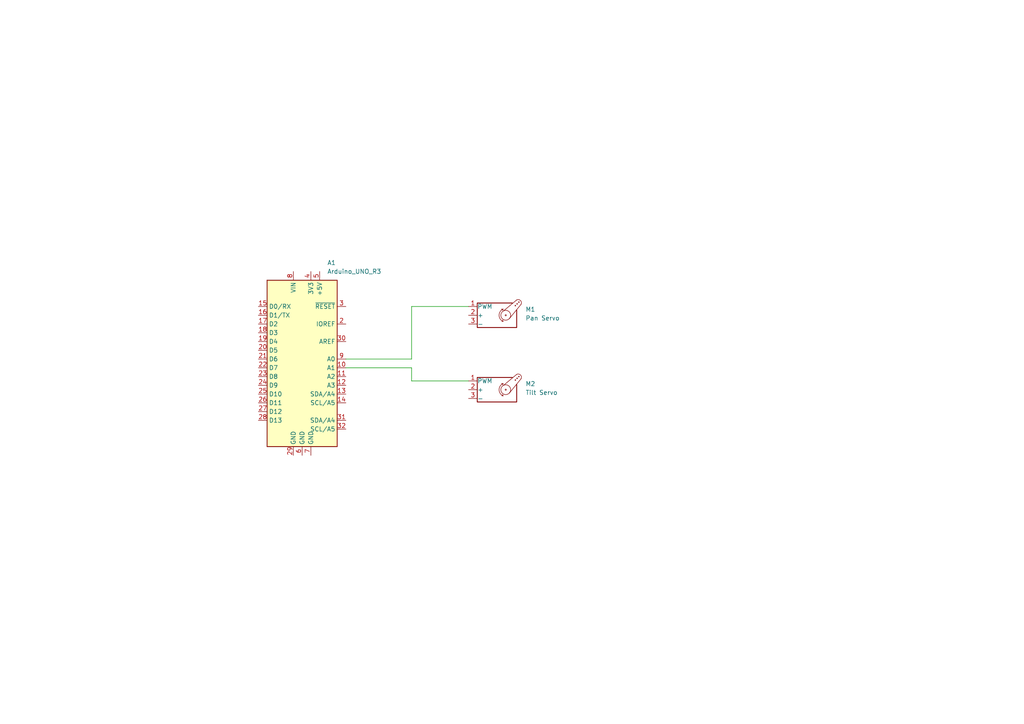
<source format=kicad_sch>
(kicad_sch
	(version 20231120)
	(generator "eeschema")
	(generator_version "8.0")
	(uuid "82f77730-cc22-4404-ba38-013a4381e046")
	(paper "A4")
	(title_block
		(title "Pan and Tilt Wiring schematic")
		(date "2024-03-27")
		(rev "0")
		(company "Engineering Design and Modeling")
	)
	(lib_symbols
		(symbol "MCU_Module:Arduino_UNO_R3"
			(exclude_from_sim no)
			(in_bom yes)
			(on_board yes)
			(property "Reference" "A"
				(at -10.16 23.495 0)
				(effects
					(font
						(size 1.27 1.27)
					)
					(justify left bottom)
				)
			)
			(property "Value" "Arduino_UNO_R3"
				(at 5.08 -26.67 0)
				(effects
					(font
						(size 1.27 1.27)
					)
					(justify left top)
				)
			)
			(property "Footprint" "Module:Arduino_UNO_R3"
				(at 0 0 0)
				(effects
					(font
						(size 1.27 1.27)
						(italic yes)
					)
					(hide yes)
				)
			)
			(property "Datasheet" "https://www.arduino.cc/en/Main/arduinoBoardUno"
				(at 0 0 0)
				(effects
					(font
						(size 1.27 1.27)
					)
					(hide yes)
				)
			)
			(property "Description" "Arduino UNO Microcontroller Module, release 3"
				(at 0 0 0)
				(effects
					(font
						(size 1.27 1.27)
					)
					(hide yes)
				)
			)
			(property "ki_keywords" "Arduino UNO R3 Microcontroller Module Atmel AVR USB"
				(at 0 0 0)
				(effects
					(font
						(size 1.27 1.27)
					)
					(hide yes)
				)
			)
			(property "ki_fp_filters" "Arduino*UNO*R3*"
				(at 0 0 0)
				(effects
					(font
						(size 1.27 1.27)
					)
					(hide yes)
				)
			)
			(symbol "Arduino_UNO_R3_0_1"
				(rectangle
					(start -10.16 22.86)
					(end 10.16 -25.4)
					(stroke
						(width 0.254)
						(type default)
					)
					(fill
						(type background)
					)
				)
			)
			(symbol "Arduino_UNO_R3_1_1"
				(pin no_connect line
					(at -10.16 -20.32 0)
					(length 2.54) hide
					(name "NC"
						(effects
							(font
								(size 1.27 1.27)
							)
						)
					)
					(number "1"
						(effects
							(font
								(size 1.27 1.27)
							)
						)
					)
				)
				(pin bidirectional line
					(at 12.7 -2.54 180)
					(length 2.54)
					(name "A1"
						(effects
							(font
								(size 1.27 1.27)
							)
						)
					)
					(number "10"
						(effects
							(font
								(size 1.27 1.27)
							)
						)
					)
				)
				(pin bidirectional line
					(at 12.7 -5.08 180)
					(length 2.54)
					(name "A2"
						(effects
							(font
								(size 1.27 1.27)
							)
						)
					)
					(number "11"
						(effects
							(font
								(size 1.27 1.27)
							)
						)
					)
				)
				(pin bidirectional line
					(at 12.7 -7.62 180)
					(length 2.54)
					(name "A3"
						(effects
							(font
								(size 1.27 1.27)
							)
						)
					)
					(number "12"
						(effects
							(font
								(size 1.27 1.27)
							)
						)
					)
				)
				(pin bidirectional line
					(at 12.7 -10.16 180)
					(length 2.54)
					(name "SDA/A4"
						(effects
							(font
								(size 1.27 1.27)
							)
						)
					)
					(number "13"
						(effects
							(font
								(size 1.27 1.27)
							)
						)
					)
				)
				(pin bidirectional line
					(at 12.7 -12.7 180)
					(length 2.54)
					(name "SCL/A5"
						(effects
							(font
								(size 1.27 1.27)
							)
						)
					)
					(number "14"
						(effects
							(font
								(size 1.27 1.27)
							)
						)
					)
				)
				(pin bidirectional line
					(at -12.7 15.24 0)
					(length 2.54)
					(name "D0/RX"
						(effects
							(font
								(size 1.27 1.27)
							)
						)
					)
					(number "15"
						(effects
							(font
								(size 1.27 1.27)
							)
						)
					)
				)
				(pin bidirectional line
					(at -12.7 12.7 0)
					(length 2.54)
					(name "D1/TX"
						(effects
							(font
								(size 1.27 1.27)
							)
						)
					)
					(number "16"
						(effects
							(font
								(size 1.27 1.27)
							)
						)
					)
				)
				(pin bidirectional line
					(at -12.7 10.16 0)
					(length 2.54)
					(name "D2"
						(effects
							(font
								(size 1.27 1.27)
							)
						)
					)
					(number "17"
						(effects
							(font
								(size 1.27 1.27)
							)
						)
					)
				)
				(pin bidirectional line
					(at -12.7 7.62 0)
					(length 2.54)
					(name "D3"
						(effects
							(font
								(size 1.27 1.27)
							)
						)
					)
					(number "18"
						(effects
							(font
								(size 1.27 1.27)
							)
						)
					)
				)
				(pin bidirectional line
					(at -12.7 5.08 0)
					(length 2.54)
					(name "D4"
						(effects
							(font
								(size 1.27 1.27)
							)
						)
					)
					(number "19"
						(effects
							(font
								(size 1.27 1.27)
							)
						)
					)
				)
				(pin output line
					(at 12.7 10.16 180)
					(length 2.54)
					(name "IOREF"
						(effects
							(font
								(size 1.27 1.27)
							)
						)
					)
					(number "2"
						(effects
							(font
								(size 1.27 1.27)
							)
						)
					)
				)
				(pin bidirectional line
					(at -12.7 2.54 0)
					(length 2.54)
					(name "D5"
						(effects
							(font
								(size 1.27 1.27)
							)
						)
					)
					(number "20"
						(effects
							(font
								(size 1.27 1.27)
							)
						)
					)
				)
				(pin bidirectional line
					(at -12.7 0 0)
					(length 2.54)
					(name "D6"
						(effects
							(font
								(size 1.27 1.27)
							)
						)
					)
					(number "21"
						(effects
							(font
								(size 1.27 1.27)
							)
						)
					)
				)
				(pin bidirectional line
					(at -12.7 -2.54 0)
					(length 2.54)
					(name "D7"
						(effects
							(font
								(size 1.27 1.27)
							)
						)
					)
					(number "22"
						(effects
							(font
								(size 1.27 1.27)
							)
						)
					)
				)
				(pin bidirectional line
					(at -12.7 -5.08 0)
					(length 2.54)
					(name "D8"
						(effects
							(font
								(size 1.27 1.27)
							)
						)
					)
					(number "23"
						(effects
							(font
								(size 1.27 1.27)
							)
						)
					)
				)
				(pin bidirectional line
					(at -12.7 -7.62 0)
					(length 2.54)
					(name "D9"
						(effects
							(font
								(size 1.27 1.27)
							)
						)
					)
					(number "24"
						(effects
							(font
								(size 1.27 1.27)
							)
						)
					)
				)
				(pin bidirectional line
					(at -12.7 -10.16 0)
					(length 2.54)
					(name "D10"
						(effects
							(font
								(size 1.27 1.27)
							)
						)
					)
					(number "25"
						(effects
							(font
								(size 1.27 1.27)
							)
						)
					)
				)
				(pin bidirectional line
					(at -12.7 -12.7 0)
					(length 2.54)
					(name "D11"
						(effects
							(font
								(size 1.27 1.27)
							)
						)
					)
					(number "26"
						(effects
							(font
								(size 1.27 1.27)
							)
						)
					)
				)
				(pin bidirectional line
					(at -12.7 -15.24 0)
					(length 2.54)
					(name "D12"
						(effects
							(font
								(size 1.27 1.27)
							)
						)
					)
					(number "27"
						(effects
							(font
								(size 1.27 1.27)
							)
						)
					)
				)
				(pin bidirectional line
					(at -12.7 -17.78 0)
					(length 2.54)
					(name "D13"
						(effects
							(font
								(size 1.27 1.27)
							)
						)
					)
					(number "28"
						(effects
							(font
								(size 1.27 1.27)
							)
						)
					)
				)
				(pin power_in line
					(at -2.54 -27.94 90)
					(length 2.54)
					(name "GND"
						(effects
							(font
								(size 1.27 1.27)
							)
						)
					)
					(number "29"
						(effects
							(font
								(size 1.27 1.27)
							)
						)
					)
				)
				(pin input line
					(at 12.7 15.24 180)
					(length 2.54)
					(name "~{RESET}"
						(effects
							(font
								(size 1.27 1.27)
							)
						)
					)
					(number "3"
						(effects
							(font
								(size 1.27 1.27)
							)
						)
					)
				)
				(pin input line
					(at 12.7 5.08 180)
					(length 2.54)
					(name "AREF"
						(effects
							(font
								(size 1.27 1.27)
							)
						)
					)
					(number "30"
						(effects
							(font
								(size 1.27 1.27)
							)
						)
					)
				)
				(pin bidirectional line
					(at 12.7 -17.78 180)
					(length 2.54)
					(name "SDA/A4"
						(effects
							(font
								(size 1.27 1.27)
							)
						)
					)
					(number "31"
						(effects
							(font
								(size 1.27 1.27)
							)
						)
					)
				)
				(pin bidirectional line
					(at 12.7 -20.32 180)
					(length 2.54)
					(name "SCL/A5"
						(effects
							(font
								(size 1.27 1.27)
							)
						)
					)
					(number "32"
						(effects
							(font
								(size 1.27 1.27)
							)
						)
					)
				)
				(pin power_out line
					(at 2.54 25.4 270)
					(length 2.54)
					(name "3V3"
						(effects
							(font
								(size 1.27 1.27)
							)
						)
					)
					(number "4"
						(effects
							(font
								(size 1.27 1.27)
							)
						)
					)
				)
				(pin power_out line
					(at 5.08 25.4 270)
					(length 2.54)
					(name "+5V"
						(effects
							(font
								(size 1.27 1.27)
							)
						)
					)
					(number "5"
						(effects
							(font
								(size 1.27 1.27)
							)
						)
					)
				)
				(pin power_in line
					(at 0 -27.94 90)
					(length 2.54)
					(name "GND"
						(effects
							(font
								(size 1.27 1.27)
							)
						)
					)
					(number "6"
						(effects
							(font
								(size 1.27 1.27)
							)
						)
					)
				)
				(pin power_in line
					(at 2.54 -27.94 90)
					(length 2.54)
					(name "GND"
						(effects
							(font
								(size 1.27 1.27)
							)
						)
					)
					(number "7"
						(effects
							(font
								(size 1.27 1.27)
							)
						)
					)
				)
				(pin power_in line
					(at -2.54 25.4 270)
					(length 2.54)
					(name "VIN"
						(effects
							(font
								(size 1.27 1.27)
							)
						)
					)
					(number "8"
						(effects
							(font
								(size 1.27 1.27)
							)
						)
					)
				)
				(pin bidirectional line
					(at 12.7 0 180)
					(length 2.54)
					(name "A0"
						(effects
							(font
								(size 1.27 1.27)
							)
						)
					)
					(number "9"
						(effects
							(font
								(size 1.27 1.27)
							)
						)
					)
				)
			)
		)
		(symbol "Motor:Motor_Servo_Futaba_J"
			(pin_names
				(offset 0.0254)
			)
			(exclude_from_sim no)
			(in_bom yes)
			(on_board yes)
			(property "Reference" "M"
				(at -5.08 4.445 0)
				(effects
					(font
						(size 1.27 1.27)
					)
					(justify left)
				)
			)
			(property "Value" "Motor_Servo_Futaba_J"
				(at -5.08 -4.064 0)
				(effects
					(font
						(size 1.27 1.27)
					)
					(justify left top)
				)
			)
			(property "Footprint" ""
				(at 0 -4.826 0)
				(effects
					(font
						(size 1.27 1.27)
					)
					(hide yes)
				)
			)
			(property "Datasheet" "http://forums.parallax.com/uploads/attachments/46831/74481.png"
				(at 0 -4.826 0)
				(effects
					(font
						(size 1.27 1.27)
					)
					(hide yes)
				)
			)
			(property "Description" "Servo Motor (Futuba J-connector)"
				(at 0 0 0)
				(effects
					(font
						(size 1.27 1.27)
					)
					(hide yes)
				)
			)
			(property "ki_keywords" "Servo Motor"
				(at 0 0 0)
				(effects
					(font
						(size 1.27 1.27)
					)
					(hide yes)
				)
			)
			(property "ki_fp_filters" "PinHeader*P2.54mm*"
				(at 0 0 0)
				(effects
					(font
						(size 1.27 1.27)
					)
					(hide yes)
				)
			)
			(symbol "Motor_Servo_Futaba_J_0_1"
				(polyline
					(pts
						(xy 2.413 -1.778) (xy 2.032 -1.778)
					)
					(stroke
						(width 0)
						(type default)
					)
					(fill
						(type none)
					)
				)
				(polyline
					(pts
						(xy 2.413 -1.778) (xy 2.286 -1.397)
					)
					(stroke
						(width 0)
						(type default)
					)
					(fill
						(type none)
					)
				)
				(polyline
					(pts
						(xy 2.413 1.778) (xy 1.905 1.778)
					)
					(stroke
						(width 0)
						(type default)
					)
					(fill
						(type none)
					)
				)
				(polyline
					(pts
						(xy 2.413 1.778) (xy 2.286 1.397)
					)
					(stroke
						(width 0)
						(type default)
					)
					(fill
						(type none)
					)
				)
				(polyline
					(pts
						(xy 6.35 4.445) (xy 2.54 1.27)
					)
					(stroke
						(width 0)
						(type default)
					)
					(fill
						(type none)
					)
				)
				(polyline
					(pts
						(xy 7.62 3.175) (xy 4.191 -1.016)
					)
					(stroke
						(width 0)
						(type default)
					)
					(fill
						(type none)
					)
				)
				(polyline
					(pts
						(xy 5.08 3.556) (xy -5.08 3.556) (xy -5.08 -3.556) (xy 6.35 -3.556) (xy 6.35 1.524)
					)
					(stroke
						(width 0.254)
						(type default)
					)
					(fill
						(type none)
					)
				)
				(arc
					(start 2.413 1.778)
					(mid 1.2406 0)
					(end 2.413 -1.778)
					(stroke
						(width 0)
						(type default)
					)
					(fill
						(type none)
					)
				)
				(circle
					(center 3.175 0)
					(radius 0.1778)
					(stroke
						(width 0)
						(type default)
					)
					(fill
						(type none)
					)
				)
				(circle
					(center 3.175 0)
					(radius 1.4224)
					(stroke
						(width 0)
						(type default)
					)
					(fill
						(type none)
					)
				)
				(circle
					(center 5.969 2.794)
					(radius 0.127)
					(stroke
						(width 0)
						(type default)
					)
					(fill
						(type none)
					)
				)
				(circle
					(center 6.477 3.302)
					(radius 0.127)
					(stroke
						(width 0)
						(type default)
					)
					(fill
						(type none)
					)
				)
				(circle
					(center 6.985 3.81)
					(radius 0.127)
					(stroke
						(width 0)
						(type default)
					)
					(fill
						(type none)
					)
				)
				(arc
					(start 7.62 3.175)
					(mid 7.4485 4.2735)
					(end 6.35 4.445)
					(stroke
						(width 0)
						(type default)
					)
					(fill
						(type none)
					)
				)
			)
			(symbol "Motor_Servo_Futaba_J_1_1"
				(pin passive line
					(at -7.62 2.54 0)
					(length 2.54)
					(name "PWM"
						(effects
							(font
								(size 1.27 1.27)
							)
						)
					)
					(number "1"
						(effects
							(font
								(size 1.27 1.27)
							)
						)
					)
				)
				(pin passive line
					(at -7.62 0 0)
					(length 2.54)
					(name "+"
						(effects
							(font
								(size 1.27 1.27)
							)
						)
					)
					(number "2"
						(effects
							(font
								(size 1.27 1.27)
							)
						)
					)
				)
				(pin passive line
					(at -7.62 -2.54 0)
					(length 2.54)
					(name "-"
						(effects
							(font
								(size 1.27 1.27)
							)
						)
					)
					(number "3"
						(effects
							(font
								(size 1.27 1.27)
							)
						)
					)
				)
			)
		)
	)
	(wire
		(pts
			(xy 100.33 106.68) (xy 119.38 106.68)
		)
		(stroke
			(width 0)
			(type default)
		)
		(uuid "49bb7f37-8ece-4af2-9528-9a552f334cb2")
	)
	(wire
		(pts
			(xy 119.38 104.14) (xy 119.38 88.9)
		)
		(stroke
			(width 0)
			(type default)
		)
		(uuid "6577c107-683a-4291-ac55-282a5b2f0397")
	)
	(wire
		(pts
			(xy 119.38 110.49) (xy 135.89 110.49)
		)
		(stroke
			(width 0)
			(type default)
		)
		(uuid "97b36b34-3f87-4f4c-afe9-e1b31913b6cf")
	)
	(wire
		(pts
			(xy 119.38 88.9) (xy 135.89 88.9)
		)
		(stroke
			(width 0)
			(type default)
		)
		(uuid "ae6474d3-bbdf-4a94-8f27-da9f23c5fbb3")
	)
	(wire
		(pts
			(xy 119.38 106.68) (xy 119.38 110.49)
		)
		(stroke
			(width 0)
			(type default)
		)
		(uuid "b253aaaf-aef9-4de8-b5b3-8680409b3851")
	)
	(wire
		(pts
			(xy 100.33 104.14) (xy 119.38 104.14)
		)
		(stroke
			(width 0)
			(type default)
		)
		(uuid "f58b8994-05a0-4248-a10f-0e5bc5a3bf39")
	)
	(symbol
		(lib_id "MCU_Module:Arduino_UNO_R3")
		(at 87.63 104.14 0)
		(unit 1)
		(exclude_from_sim no)
		(in_bom yes)
		(on_board yes)
		(dnp no)
		(fields_autoplaced yes)
		(uuid "b5b0d922-5276-4ea3-9e03-e5ec7a9d8e3d")
		(property "Reference" "A1"
			(at 94.9041 76.2 0)
			(effects
				(font
					(size 1.27 1.27)
				)
				(justify left)
			)
		)
		(property "Value" "Arduino_UNO_R3"
			(at 94.9041 78.74 0)
			(effects
				(font
					(size 1.27 1.27)
				)
				(justify left)
			)
		)
		(property "Footprint" "Module:Arduino_UNO_R3"
			(at 87.63 104.14 0)
			(effects
				(font
					(size 1.27 1.27)
					(italic yes)
				)
				(hide yes)
			)
		)
		(property "Datasheet" "https://www.arduino.cc/en/Main/arduinoBoardUno"
			(at 87.63 104.14 0)
			(effects
				(font
					(size 1.27 1.27)
				)
				(hide yes)
			)
		)
		(property "Description" "Arduino UNO Microcontroller Module, release 3"
			(at 87.63 104.14 0)
			(effects
				(font
					(size 1.27 1.27)
				)
				(hide yes)
			)
		)
		(pin "24"
			(uuid "c1eec5fa-af11-40f9-b1d6-5675e55996cc")
		)
		(pin "14"
			(uuid "74597103-edfa-4c8b-b752-7394be93bb05")
		)
		(pin "9"
			(uuid "07863e25-6fb6-474d-9054-59ec8174e1af")
		)
		(pin "22"
			(uuid "e7083c34-e3a5-4931-bf1a-bab92cbcdd19")
		)
		(pin "4"
			(uuid "dfcae975-6a13-4aa5-b4ea-b50357fdf417")
		)
		(pin "11"
			(uuid "11b6104d-58a2-4c23-a72f-4aeb4e5f9448")
		)
		(pin "10"
			(uuid "80af96cd-36f0-4c82-ae38-e70fc837d265")
		)
		(pin "18"
			(uuid "17cb82a1-19ba-4cbc-8fa5-d5531ab58008")
		)
		(pin "15"
			(uuid "7a085b6b-6beb-4719-9437-002cf20ba32e")
		)
		(pin "16"
			(uuid "c393add9-7794-4afd-988e-bab2eaa97687")
		)
		(pin "29"
			(uuid "f585284b-597c-4aa2-9380-f7dfd5a90073")
		)
		(pin "12"
			(uuid "3c1cd5e4-452b-4e76-a4fc-d1ac02f163ce")
		)
		(pin "13"
			(uuid "8fe20945-f694-4d68-be7a-abbf0fd7ce25")
		)
		(pin "19"
			(uuid "c2d44f3d-4cc5-43f4-a9cc-06ab762a63f2")
		)
		(pin "27"
			(uuid "f3ef9aa8-a687-41b4-bfe9-83b4809514d0")
		)
		(pin "23"
			(uuid "5b80117c-ffde-487b-b06b-a8a6497761a0")
		)
		(pin "17"
			(uuid "135a6c88-3a73-4636-a116-b620cfc41f14")
		)
		(pin "31"
			(uuid "c0067577-6c3f-45ec-a6b7-337036ad7449")
		)
		(pin "28"
			(uuid "d83d9a52-2b71-46a2-8c96-b20bfd4f418a")
		)
		(pin "25"
			(uuid "d734807f-5dbe-4fe9-a780-a25dd761fd89")
		)
		(pin "20"
			(uuid "fc39684d-d2f9-4373-a968-275064a8b6bc")
		)
		(pin "1"
			(uuid "aca40417-b08c-4d43-9e9a-54f5df8181fa")
		)
		(pin "32"
			(uuid "76e6ef89-adf7-4f3d-ac8b-8a70c88b0169")
		)
		(pin "30"
			(uuid "8e8a2919-2ca9-4aa4-aeae-da30ab068eec")
		)
		(pin "21"
			(uuid "ab7ba9b7-e0f7-4a88-8dc1-fe0f54a0e2d4")
		)
		(pin "7"
			(uuid "feffa92c-9f07-4246-a87c-94dc7d35c1ee")
		)
		(pin "26"
			(uuid "d9b16cb2-ab2b-4981-8114-9fe19e37a41f")
		)
		(pin "3"
			(uuid "8e22fe2b-3250-4e7a-a6be-c6be18ab53d0")
		)
		(pin "6"
			(uuid "51238cc9-8b17-46fc-a647-0fa78c88165b")
		)
		(pin "5"
			(uuid "2a9ea450-c957-424b-804f-253d70021d3a")
		)
		(pin "2"
			(uuid "6ae2589c-e755-441d-91d0-31225e9f6822")
		)
		(pin "8"
			(uuid "cc104764-630c-4031-99ea-889bd20dcff9")
		)
		(instances
			(project "Schematic1"
				(path "/82f77730-cc22-4404-ba38-013a4381e046"
					(reference "A1")
					(unit 1)
				)
			)
		)
	)
	(symbol
		(lib_id "Motor:Motor_Servo_Futaba_J")
		(at 143.51 113.03 0)
		(unit 1)
		(exclude_from_sim no)
		(in_bom yes)
		(on_board yes)
		(dnp no)
		(fields_autoplaced yes)
		(uuid "e816a85c-68bf-47ba-8c34-ffac79ef4709")
		(property "Reference" "M2"
			(at 152.4 111.3265 0)
			(effects
				(font
					(size 1.27 1.27)
				)
				(justify left)
			)
		)
		(property "Value" "Tilt Servo"
			(at 152.4 113.8665 0)
			(effects
				(font
					(size 1.27 1.27)
				)
				(justify left)
			)
		)
		(property "Footprint" ""
			(at 143.51 117.856 0)
			(effects
				(font
					(size 1.27 1.27)
				)
				(hide yes)
			)
		)
		(property "Datasheet" "http://forums.parallax.com/uploads/attachments/46831/74481.png"
			(at 143.51 117.856 0)
			(effects
				(font
					(size 1.27 1.27)
				)
				(hide yes)
			)
		)
		(property "Description" "Servo Motor (Futuba J-connector)"
			(at 143.51 113.03 0)
			(effects
				(font
					(size 1.27 1.27)
				)
				(hide yes)
			)
		)
		(pin "1"
			(uuid "fdd9e13a-e6d8-40b2-b59d-e3cebca73c82")
		)
		(pin "3"
			(uuid "f2d0c338-00f6-4a64-9ea7-bfaa5d5bc6e3")
		)
		(pin "2"
			(uuid "ecc5b004-7ad6-4bdb-858c-68e85d176cd3")
		)
		(instances
			(project "Schematic1"
				(path "/82f77730-cc22-4404-ba38-013a4381e046"
					(reference "M2")
					(unit 1)
				)
			)
		)
	)
	(symbol
		(lib_id "Motor:Motor_Servo_Futaba_J")
		(at 143.51 91.44 0)
		(unit 1)
		(exclude_from_sim no)
		(in_bom yes)
		(on_board yes)
		(dnp no)
		(fields_autoplaced yes)
		(uuid "f01381ce-4576-489e-be6a-65bd71f79541")
		(property "Reference" "M1"
			(at 152.4 89.7365 0)
			(effects
				(font
					(size 1.27 1.27)
				)
				(justify left)
			)
		)
		(property "Value" "Pan Servo"
			(at 152.4 92.2765 0)
			(effects
				(font
					(size 1.27 1.27)
				)
				(justify left)
			)
		)
		(property "Footprint" ""
			(at 143.51 96.266 0)
			(effects
				(font
					(size 1.27 1.27)
				)
				(hide yes)
			)
		)
		(property "Datasheet" "http://forums.parallax.com/uploads/attachments/46831/74481.png"
			(at 143.51 96.266 0)
			(effects
				(font
					(size 1.27 1.27)
				)
				(hide yes)
			)
		)
		(property "Description" "Servo Motor (Futuba J-connector)"
			(at 143.51 91.44 0)
			(effects
				(font
					(size 1.27 1.27)
				)
				(hide yes)
			)
		)
		(pin "1"
			(uuid "8669429d-f89d-42b7-a15c-eb1f43a05eb4")
		)
		(pin "3"
			(uuid "5c1926f4-bd31-411b-9631-c2227642231a")
		)
		(pin "2"
			(uuid "34ef4b90-2271-4bb4-b30b-82b84000e8c0")
		)
		(instances
			(project "Schematic1"
				(path "/82f77730-cc22-4404-ba38-013a4381e046"
					(reference "M1")
					(unit 1)
				)
			)
		)
	)
	(sheet_instances
		(path "/"
			(page "1")
		)
	)
)
</source>
